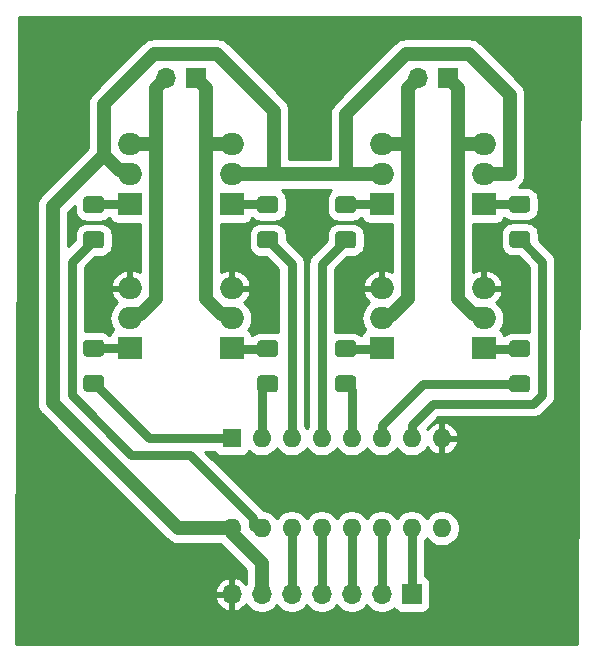
<source format=gbr>
%TF.GenerationSoftware,KiCad,Pcbnew,(5.1.6)-1*%
%TF.CreationDate,2020-10-10T14:37:28+02:00*%
%TF.ProjectId,mostek,6d6f7374-656b-42e6-9b69-6361645f7063,rev?*%
%TF.SameCoordinates,Original*%
%TF.FileFunction,Copper,L1,Top*%
%TF.FilePolarity,Positive*%
%FSLAX46Y46*%
G04 Gerber Fmt 4.6, Leading zero omitted, Abs format (unit mm)*
G04 Created by KiCad (PCBNEW (5.1.6)-1) date 2020-10-10 14:37:28*
%MOMM*%
%LPD*%
G01*
G04 APERTURE LIST*
%TA.AperFunction,ComponentPad*%
%ADD10O,2.000000X1.905000*%
%TD*%
%TA.AperFunction,ComponentPad*%
%ADD11R,2.000000X1.905000*%
%TD*%
%TA.AperFunction,ComponentPad*%
%ADD12O,1.700000X1.700000*%
%TD*%
%TA.AperFunction,ComponentPad*%
%ADD13R,1.700000X1.700000*%
%TD*%
%TA.AperFunction,ComponentPad*%
%ADD14O,1.600000X1.600000*%
%TD*%
%TA.AperFunction,ComponentPad*%
%ADD15R,1.600000X1.600000*%
%TD*%
%TA.AperFunction,Conductor*%
%ADD16C,1.200000*%
%TD*%
%TA.AperFunction,Conductor*%
%ADD17C,0.800000*%
%TD*%
%TA.AperFunction,Conductor*%
%ADD18C,0.254000*%
%TD*%
G04 APERTURE END LIST*
D10*
%TO.P,Q2,3*%
%TO.N,GND*%
X27432000Y-38608000D03*
%TO.P,Q2,2*%
%TO.N,Net-(J2-Pad2)*%
X27432000Y-41148000D03*
D11*
%TO.P,Q2,1*%
%TO.N,Net-(Q2-Pad1)*%
X27432000Y-43688000D03*
%TD*%
D12*
%TO.P,J3,2*%
%TO.N,Net-(J3-Pad2)*%
X51816000Y-20828000D03*
D13*
%TO.P,J3,1*%
%TO.N,Net-(J3-Pad1)*%
X54356000Y-20828000D03*
%TD*%
D12*
%TO.P,J2,2*%
%TO.N,Net-(J2-Pad2)*%
X30480000Y-20828000D03*
D13*
%TO.P,J2,1*%
%TO.N,Net-(J2-Pad1)*%
X33020000Y-20828000D03*
%TD*%
D12*
%TO.P,J1,7*%
%TO.N,GND*%
X36068000Y-64516000D03*
%TO.P,J1,6*%
%TO.N,VCC*%
X38608000Y-64516000D03*
%TO.P,J1,5*%
%TO.N,Net-(J1-Pad5)*%
X41148000Y-64516000D03*
%TO.P,J1,4*%
%TO.N,Net-(J1-Pad4)*%
X43688000Y-64516000D03*
%TO.P,J1,3*%
%TO.N,Net-(J1-Pad3)*%
X46228000Y-64516000D03*
%TO.P,J1,2*%
%TO.N,Net-(J1-Pad2)*%
X48768000Y-64516000D03*
D13*
%TO.P,J1,1*%
%TO.N,Net-(J1-Pad1)*%
X51308000Y-64516000D03*
%TD*%
D14*
%TO.P,U1,16*%
%TO.N,VCC*%
X36068000Y-58928000D03*
%TO.P,U1,8*%
%TO.N,GND*%
X53848000Y-51308000D03*
%TO.P,U1,15*%
%TO.N,Net-(R1-Pad2)*%
X38608000Y-58928000D03*
%TO.P,U1,7*%
%TO.N,Net-(R8-Pad2)*%
X51308000Y-51308000D03*
%TO.P,U1,14*%
%TO.N,Net-(J1-Pad5)*%
X41148000Y-58928000D03*
%TO.P,U1,6*%
%TO.N,Net-(R7-Pad2)*%
X48768000Y-51308000D03*
%TO.P,U1,13*%
%TO.N,Net-(J1-Pad4)*%
X43688000Y-58928000D03*
%TO.P,U1,5*%
%TO.N,Net-(R6-Pad2)*%
X46228000Y-51308000D03*
%TO.P,U1,12*%
%TO.N,Net-(J1-Pad3)*%
X46228000Y-58928000D03*
%TO.P,U1,4*%
%TO.N,Net-(R5-Pad2)*%
X43688000Y-51308000D03*
%TO.P,U1,11*%
%TO.N,Net-(J1-Pad2)*%
X48768000Y-58928000D03*
%TO.P,U1,3*%
%TO.N,Net-(R4-Pad2)*%
X41148000Y-51308000D03*
%TO.P,U1,10*%
%TO.N,Net-(J1-Pad1)*%
X51308000Y-58928000D03*
%TO.P,U1,2*%
%TO.N,Net-(R3-Pad2)*%
X38608000Y-51308000D03*
%TO.P,U1,9*%
%TO.N,N/C*%
X53848000Y-58928000D03*
D15*
%TO.P,U1,1*%
%TO.N,Net-(R2-Pad2)*%
X36068000Y-51308000D03*
%TD*%
%TO.P,R8,2*%
%TO.N,Net-(R8-Pad2)*%
%TA.AperFunction,SMDPad,CuDef*%
G36*
G01*
X59827000Y-33758500D02*
X61077000Y-33758500D01*
G75*
G02*
X61327000Y-34008500I0J-250000D01*
G01*
X61327000Y-34933500D01*
G75*
G02*
X61077000Y-35183500I-250000J0D01*
G01*
X59827000Y-35183500D01*
G75*
G02*
X59577000Y-34933500I0J250000D01*
G01*
X59577000Y-34008500D01*
G75*
G02*
X59827000Y-33758500I250000J0D01*
G01*
G37*
%TD.AperFunction*%
%TO.P,R8,1*%
%TO.N,Net-(Q7-Pad1)*%
%TA.AperFunction,SMDPad,CuDef*%
G36*
G01*
X59827000Y-30783500D02*
X61077000Y-30783500D01*
G75*
G02*
X61327000Y-31033500I0J-250000D01*
G01*
X61327000Y-31958500D01*
G75*
G02*
X61077000Y-32208500I-250000J0D01*
G01*
X59827000Y-32208500D01*
G75*
G02*
X59577000Y-31958500I0J250000D01*
G01*
X59577000Y-31033500D01*
G75*
G02*
X59827000Y-30783500I250000J0D01*
G01*
G37*
%TD.AperFunction*%
%TD*%
%TO.P,R7,2*%
%TO.N,Net-(R7-Pad2)*%
%TA.AperFunction,SMDPad,CuDef*%
G36*
G01*
X59827000Y-45987000D02*
X61077000Y-45987000D01*
G75*
G02*
X61327000Y-46237000I0J-250000D01*
G01*
X61327000Y-47162000D01*
G75*
G02*
X61077000Y-47412000I-250000J0D01*
G01*
X59827000Y-47412000D01*
G75*
G02*
X59577000Y-47162000I0J250000D01*
G01*
X59577000Y-46237000D01*
G75*
G02*
X59827000Y-45987000I250000J0D01*
G01*
G37*
%TD.AperFunction*%
%TO.P,R7,1*%
%TO.N,Net-(Q8-Pad1)*%
%TA.AperFunction,SMDPad,CuDef*%
G36*
G01*
X59827000Y-43012000D02*
X61077000Y-43012000D01*
G75*
G02*
X61327000Y-43262000I0J-250000D01*
G01*
X61327000Y-44187000D01*
G75*
G02*
X61077000Y-44437000I-250000J0D01*
G01*
X59827000Y-44437000D01*
G75*
G02*
X59577000Y-44187000I0J250000D01*
G01*
X59577000Y-43262000D01*
G75*
G02*
X59827000Y-43012000I250000J0D01*
G01*
G37*
%TD.AperFunction*%
%TD*%
%TO.P,R6,2*%
%TO.N,Net-(R6-Pad2)*%
%TA.AperFunction,SMDPad,CuDef*%
G36*
G01*
X45095000Y-45987000D02*
X46345000Y-45987000D01*
G75*
G02*
X46595000Y-46237000I0J-250000D01*
G01*
X46595000Y-47162000D01*
G75*
G02*
X46345000Y-47412000I-250000J0D01*
G01*
X45095000Y-47412000D01*
G75*
G02*
X44845000Y-47162000I0J250000D01*
G01*
X44845000Y-46237000D01*
G75*
G02*
X45095000Y-45987000I250000J0D01*
G01*
G37*
%TD.AperFunction*%
%TO.P,R6,1*%
%TO.N,Net-(Q6-Pad1)*%
%TA.AperFunction,SMDPad,CuDef*%
G36*
G01*
X45095000Y-43012000D02*
X46345000Y-43012000D01*
G75*
G02*
X46595000Y-43262000I0J-250000D01*
G01*
X46595000Y-44187000D01*
G75*
G02*
X46345000Y-44437000I-250000J0D01*
G01*
X45095000Y-44437000D01*
G75*
G02*
X44845000Y-44187000I0J250000D01*
G01*
X44845000Y-43262000D01*
G75*
G02*
X45095000Y-43012000I250000J0D01*
G01*
G37*
%TD.AperFunction*%
%TD*%
%TO.P,R5,2*%
%TO.N,Net-(R5-Pad2)*%
%TA.AperFunction,SMDPad,CuDef*%
G36*
G01*
X45095000Y-33795000D02*
X46345000Y-33795000D01*
G75*
G02*
X46595000Y-34045000I0J-250000D01*
G01*
X46595000Y-34970000D01*
G75*
G02*
X46345000Y-35220000I-250000J0D01*
G01*
X45095000Y-35220000D01*
G75*
G02*
X44845000Y-34970000I0J250000D01*
G01*
X44845000Y-34045000D01*
G75*
G02*
X45095000Y-33795000I250000J0D01*
G01*
G37*
%TD.AperFunction*%
%TO.P,R5,1*%
%TO.N,Net-(Q5-Pad1)*%
%TA.AperFunction,SMDPad,CuDef*%
G36*
G01*
X45095000Y-30820000D02*
X46345000Y-30820000D01*
G75*
G02*
X46595000Y-31070000I0J-250000D01*
G01*
X46595000Y-31995000D01*
G75*
G02*
X46345000Y-32245000I-250000J0D01*
G01*
X45095000Y-32245000D01*
G75*
G02*
X44845000Y-31995000I0J250000D01*
G01*
X44845000Y-31070000D01*
G75*
G02*
X45095000Y-30820000I250000J0D01*
G01*
G37*
%TD.AperFunction*%
%TD*%
%TO.P,R4,2*%
%TO.N,Net-(R4-Pad2)*%
%TA.AperFunction,SMDPad,CuDef*%
G36*
G01*
X38491000Y-33795000D02*
X39741000Y-33795000D01*
G75*
G02*
X39991000Y-34045000I0J-250000D01*
G01*
X39991000Y-34970000D01*
G75*
G02*
X39741000Y-35220000I-250000J0D01*
G01*
X38491000Y-35220000D01*
G75*
G02*
X38241000Y-34970000I0J250000D01*
G01*
X38241000Y-34045000D01*
G75*
G02*
X38491000Y-33795000I250000J0D01*
G01*
G37*
%TD.AperFunction*%
%TO.P,R4,1*%
%TO.N,Net-(Q3-Pad1)*%
%TA.AperFunction,SMDPad,CuDef*%
G36*
G01*
X38491000Y-30820000D02*
X39741000Y-30820000D01*
G75*
G02*
X39991000Y-31070000I0J-250000D01*
G01*
X39991000Y-31995000D01*
G75*
G02*
X39741000Y-32245000I-250000J0D01*
G01*
X38491000Y-32245000D01*
G75*
G02*
X38241000Y-31995000I0J250000D01*
G01*
X38241000Y-31070000D01*
G75*
G02*
X38491000Y-30820000I250000J0D01*
G01*
G37*
%TD.AperFunction*%
%TD*%
%TO.P,R3,2*%
%TO.N,Net-(R3-Pad2)*%
%TA.AperFunction,SMDPad,CuDef*%
G36*
G01*
X38491000Y-45987000D02*
X39741000Y-45987000D01*
G75*
G02*
X39991000Y-46237000I0J-250000D01*
G01*
X39991000Y-47162000D01*
G75*
G02*
X39741000Y-47412000I-250000J0D01*
G01*
X38491000Y-47412000D01*
G75*
G02*
X38241000Y-47162000I0J250000D01*
G01*
X38241000Y-46237000D01*
G75*
G02*
X38491000Y-45987000I250000J0D01*
G01*
G37*
%TD.AperFunction*%
%TO.P,R3,1*%
%TO.N,Net-(Q4-Pad1)*%
%TA.AperFunction,SMDPad,CuDef*%
G36*
G01*
X38491000Y-43012000D02*
X39741000Y-43012000D01*
G75*
G02*
X39991000Y-43262000I0J-250000D01*
G01*
X39991000Y-44187000D01*
G75*
G02*
X39741000Y-44437000I-250000J0D01*
G01*
X38491000Y-44437000D01*
G75*
G02*
X38241000Y-44187000I0J250000D01*
G01*
X38241000Y-43262000D01*
G75*
G02*
X38491000Y-43012000I250000J0D01*
G01*
G37*
%TD.AperFunction*%
%TD*%
%TO.P,R2,2*%
%TO.N,Net-(R2-Pad2)*%
%TA.AperFunction,SMDPad,CuDef*%
G36*
G01*
X23759000Y-45950500D02*
X25009000Y-45950500D01*
G75*
G02*
X25259000Y-46200500I0J-250000D01*
G01*
X25259000Y-47125500D01*
G75*
G02*
X25009000Y-47375500I-250000J0D01*
G01*
X23759000Y-47375500D01*
G75*
G02*
X23509000Y-47125500I0J250000D01*
G01*
X23509000Y-46200500D01*
G75*
G02*
X23759000Y-45950500I250000J0D01*
G01*
G37*
%TD.AperFunction*%
%TO.P,R2,1*%
%TO.N,Net-(Q2-Pad1)*%
%TA.AperFunction,SMDPad,CuDef*%
G36*
G01*
X23759000Y-42975500D02*
X25009000Y-42975500D01*
G75*
G02*
X25259000Y-43225500I0J-250000D01*
G01*
X25259000Y-44150500D01*
G75*
G02*
X25009000Y-44400500I-250000J0D01*
G01*
X23759000Y-44400500D01*
G75*
G02*
X23509000Y-44150500I0J250000D01*
G01*
X23509000Y-43225500D01*
G75*
G02*
X23759000Y-42975500I250000J0D01*
G01*
G37*
%TD.AperFunction*%
%TD*%
%TO.P,R1,2*%
%TO.N,Net-(R1-Pad2)*%
%TA.AperFunction,SMDPad,CuDef*%
G36*
G01*
X23759000Y-33795000D02*
X25009000Y-33795000D01*
G75*
G02*
X25259000Y-34045000I0J-250000D01*
G01*
X25259000Y-34970000D01*
G75*
G02*
X25009000Y-35220000I-250000J0D01*
G01*
X23759000Y-35220000D01*
G75*
G02*
X23509000Y-34970000I0J250000D01*
G01*
X23509000Y-34045000D01*
G75*
G02*
X23759000Y-33795000I250000J0D01*
G01*
G37*
%TD.AperFunction*%
%TO.P,R1,1*%
%TO.N,Net-(Q1-Pad1)*%
%TA.AperFunction,SMDPad,CuDef*%
G36*
G01*
X23759000Y-30820000D02*
X25009000Y-30820000D01*
G75*
G02*
X25259000Y-31070000I0J-250000D01*
G01*
X25259000Y-31995000D01*
G75*
G02*
X25009000Y-32245000I-250000J0D01*
G01*
X23759000Y-32245000D01*
G75*
G02*
X23509000Y-31995000I0J250000D01*
G01*
X23509000Y-31070000D01*
G75*
G02*
X23759000Y-30820000I250000J0D01*
G01*
G37*
%TD.AperFunction*%
%TD*%
D10*
%TO.P,Q8,3*%
%TO.N,GND*%
X57404000Y-38608000D03*
%TO.P,Q8,2*%
%TO.N,Net-(J3-Pad1)*%
X57404000Y-41148000D03*
D11*
%TO.P,Q8,1*%
%TO.N,Net-(Q8-Pad1)*%
X57404000Y-43688000D03*
%TD*%
D10*
%TO.P,Q7,3*%
%TO.N,Net-(J3-Pad1)*%
X57404000Y-26416000D03*
%TO.P,Q7,2*%
%TO.N,VCC*%
X57404000Y-28956000D03*
D11*
%TO.P,Q7,1*%
%TO.N,Net-(Q7-Pad1)*%
X57404000Y-31496000D03*
%TD*%
D10*
%TO.P,Q6,3*%
%TO.N,GND*%
X48768000Y-38608000D03*
%TO.P,Q6,2*%
%TO.N,Net-(J3-Pad2)*%
X48768000Y-41148000D03*
D11*
%TO.P,Q6,1*%
%TO.N,Net-(Q6-Pad1)*%
X48768000Y-43688000D03*
%TD*%
D10*
%TO.P,Q5,3*%
%TO.N,Net-(J3-Pad2)*%
X48768000Y-26416000D03*
%TO.P,Q5,2*%
%TO.N,VCC*%
X48768000Y-28956000D03*
D11*
%TO.P,Q5,1*%
%TO.N,Net-(Q5-Pad1)*%
X48768000Y-31496000D03*
%TD*%
D10*
%TO.P,Q4,3*%
%TO.N,GND*%
X36068000Y-38608000D03*
%TO.P,Q4,2*%
%TO.N,Net-(J2-Pad1)*%
X36068000Y-41148000D03*
D11*
%TO.P,Q4,1*%
%TO.N,Net-(Q4-Pad1)*%
X36068000Y-43688000D03*
%TD*%
D10*
%TO.P,Q3,3*%
%TO.N,Net-(J2-Pad1)*%
X36068000Y-26416000D03*
%TO.P,Q3,2*%
%TO.N,VCC*%
X36068000Y-28956000D03*
D11*
%TO.P,Q3,1*%
%TO.N,Net-(Q3-Pad1)*%
X36068000Y-31496000D03*
%TD*%
D10*
%TO.P,Q1,3*%
%TO.N,Net-(J2-Pad2)*%
X27432000Y-26416000D03*
%TO.P,Q1,2*%
%TO.N,VCC*%
X27432000Y-28956000D03*
D11*
%TO.P,Q1,1*%
%TO.N,Net-(Q1-Pad1)*%
X27432000Y-31496000D03*
%TD*%
D16*
%TO.N,VCC*%
X45720000Y-23889998D02*
X45720000Y-28956000D01*
X50831999Y-18777999D02*
X45720000Y-23889998D01*
X59604010Y-22216008D02*
X56166001Y-18777999D01*
X56166001Y-18777999D02*
X50831999Y-18777999D01*
X59604010Y-28955990D02*
X59604010Y-22216008D01*
X59604000Y-28956000D02*
X59604010Y-28955990D01*
X57404000Y-28956000D02*
X59604000Y-28956000D01*
X45720000Y-28956000D02*
X48768000Y-28956000D01*
X39624000Y-23571998D02*
X39624000Y-28956000D01*
X34830001Y-18777999D02*
X39624000Y-23571998D01*
X29495999Y-18777999D02*
X34830001Y-18777999D01*
X25231990Y-23042008D02*
X29495999Y-18777999D01*
X25231990Y-27307598D02*
X25231990Y-23042008D01*
X26492902Y-28568510D02*
X25231990Y-27307598D01*
X27044510Y-28568510D02*
X26492902Y-28568510D01*
X39624000Y-28956000D02*
X45720000Y-28956000D01*
X27432000Y-28956000D02*
X27044510Y-28568510D01*
X36068000Y-28956000D02*
X39624000Y-28956000D01*
X36068000Y-59348002D02*
X36068000Y-58928000D01*
X38608000Y-61888002D02*
X36068000Y-59348002D01*
X38608000Y-64516000D02*
X38608000Y-61888002D01*
X20908980Y-48306019D02*
X31530961Y-58928000D01*
X20908980Y-31630608D02*
X20908980Y-48306019D01*
X31530961Y-58928000D02*
X36068000Y-58928000D01*
X25231990Y-27307598D02*
X20908980Y-31630608D01*
D17*
%TO.N,Net-(J1-Pad5)*%
X41148000Y-58928000D02*
X41148000Y-64516000D01*
%TO.N,Net-(J1-Pad4)*%
X43688000Y-64516000D02*
X43688000Y-58928000D01*
%TO.N,Net-(J1-Pad3)*%
X46228000Y-64516000D02*
X46228000Y-58928000D01*
%TO.N,Net-(J1-Pad2)*%
X48768000Y-64516000D02*
X48768000Y-58928000D01*
%TO.N,Net-(J1-Pad1)*%
X51308000Y-64516000D02*
X51308000Y-58928000D01*
%TO.N,Net-(Q1-Pad1)*%
X24420500Y-31496000D02*
X24384000Y-31532500D01*
X27432000Y-31496000D02*
X24420500Y-31496000D01*
%TO.N,Net-(Q2-Pad1)*%
X27432000Y-43688000D02*
X24384000Y-43688000D01*
%TO.N,Net-(Q3-Pad1)*%
X39079500Y-31496000D02*
X39116000Y-31532500D01*
X36068000Y-31496000D02*
X39079500Y-31496000D01*
%TO.N,Net-(Q4-Pad1)*%
X36104500Y-43724500D02*
X36068000Y-43688000D01*
X39116000Y-43724500D02*
X36104500Y-43724500D01*
%TO.N,Net-(Q5-Pad1)*%
X45756500Y-31496000D02*
X45720000Y-31532500D01*
X48768000Y-31496000D02*
X45756500Y-31496000D01*
%TO.N,Net-(Q6-Pad1)*%
X48731500Y-43724500D02*
X48768000Y-43688000D01*
X45720000Y-43724500D02*
X48731500Y-43724500D01*
%TO.N,Net-(Q7-Pad1)*%
X60452000Y-31496000D02*
X57404000Y-31496000D01*
%TO.N,Net-(Q8-Pad1)*%
X57440500Y-43724500D02*
X57404000Y-43688000D01*
X60452000Y-43724500D02*
X57440500Y-43724500D01*
%TO.N,Net-(R1-Pad2)*%
X22508990Y-47643274D02*
X22508990Y-36382510D01*
X27573726Y-52708010D02*
X22508990Y-47643274D01*
X32512012Y-52708010D02*
X27573726Y-52708010D01*
X37868001Y-58696001D02*
X37868001Y-58063999D01*
X22508990Y-36382510D02*
X24384000Y-34507500D01*
X38100000Y-58928000D02*
X37868001Y-58696001D01*
X37868001Y-58063999D02*
X32512012Y-52708010D01*
X38608000Y-58928000D02*
X38100000Y-58928000D01*
%TO.N,Net-(R2-Pad2)*%
X29029000Y-51308000D02*
X24384000Y-46663000D01*
X36068000Y-51308000D02*
X29029000Y-51308000D01*
%TO.N,Net-(R3-Pad2)*%
X38608000Y-47207500D02*
X39116000Y-46699500D01*
X38608000Y-51308000D02*
X38608000Y-47207500D01*
%TO.N,Net-(R4-Pad2)*%
X41148000Y-36539500D02*
X39116000Y-34507500D01*
X41148000Y-51308000D02*
X41148000Y-36539500D01*
%TO.N,Net-(R5-Pad2)*%
X43688000Y-36539500D02*
X45720000Y-34507500D01*
X43688000Y-51308000D02*
X43688000Y-36539500D01*
%TO.N,Net-(R6-Pad2)*%
X46228000Y-47207500D02*
X45720000Y-46699500D01*
X46228000Y-51308000D02*
X46228000Y-47207500D01*
%TO.N,Net-(R7-Pad2)*%
X52245130Y-46699500D02*
X60452000Y-46699500D01*
X48768000Y-50176630D02*
X52245130Y-46699500D01*
X48768000Y-51308000D02*
X48768000Y-50176630D01*
%TO.N,Net-(R8-Pad2)*%
X62327010Y-36346010D02*
X60452000Y-34471000D01*
X62327010Y-47679774D02*
X62327010Y-36346010D01*
X61594774Y-48412010D02*
X62327010Y-47679774D01*
X53072620Y-48412010D02*
X61594774Y-48412010D01*
X51308000Y-50176630D02*
X53072620Y-48412010D01*
X51308000Y-51308000D02*
X51308000Y-50176630D01*
D16*
%TO.N,Net-(J2-Pad2)*%
X29632000Y-26416000D02*
X27432000Y-26416000D01*
X29632010Y-26416010D02*
X29632000Y-26416000D01*
X29632010Y-39499598D02*
X29632010Y-26416010D01*
X27819490Y-40760510D02*
X28371098Y-40760510D01*
X28371098Y-40760510D02*
X29632010Y-39499598D01*
X27432000Y-41148000D02*
X27819490Y-40760510D01*
X29632010Y-21675990D02*
X30480000Y-20828000D01*
X29632010Y-26416010D02*
X29632010Y-21675990D01*
%TO.N,Net-(J2-Pad1)*%
X33867990Y-26416010D02*
X33868000Y-26416000D01*
X33867990Y-39499598D02*
X33867990Y-26416010D01*
X35128902Y-40760510D02*
X33867990Y-39499598D01*
X33868000Y-26416000D02*
X36068000Y-26416000D01*
X35680510Y-40760510D02*
X35128902Y-40760510D01*
X36068000Y-41148000D02*
X35680510Y-40760510D01*
X33868000Y-21676000D02*
X33020000Y-20828000D01*
X33868000Y-26416000D02*
X33868000Y-21676000D01*
%TO.N,Net-(J3-Pad2)*%
X50968000Y-26416000D02*
X48768000Y-26416000D01*
X50968010Y-26416010D02*
X50968000Y-26416000D01*
X50968010Y-39499598D02*
X50968010Y-26416010D01*
X49319608Y-41148000D02*
X50968010Y-39499598D01*
X48768000Y-41148000D02*
X49319608Y-41148000D01*
X50968010Y-21675990D02*
X51816000Y-20828000D01*
X50968010Y-26416010D02*
X50968010Y-21675990D01*
%TO.N,Net-(J3-Pad1)*%
X55204000Y-26416000D02*
X57404000Y-26416000D01*
X55203990Y-26416010D02*
X55204000Y-26416000D01*
X55203990Y-39499598D02*
X55203990Y-26416010D01*
X56464902Y-40760510D02*
X55203990Y-39499598D01*
X57016510Y-40760510D02*
X56464902Y-40760510D01*
X57404000Y-41148000D02*
X57016510Y-40760510D01*
X55203990Y-21675990D02*
X54356000Y-20828000D01*
X55203990Y-26416010D02*
X55203990Y-21675990D01*
%TD*%
D18*
%TO.N,GND*%
G36*
X65278603Y-68707000D02*
G01*
X17780607Y-68707000D01*
X17798864Y-64872891D01*
X34626519Y-64872891D01*
X34723843Y-65147252D01*
X34872822Y-65397355D01*
X35067731Y-65613588D01*
X35301080Y-65787641D01*
X35563901Y-65912825D01*
X35711110Y-65957476D01*
X35941000Y-65836155D01*
X35941000Y-64643000D01*
X34747186Y-64643000D01*
X34626519Y-64872891D01*
X17798864Y-64872891D01*
X17802262Y-64159109D01*
X34626519Y-64159109D01*
X34747186Y-64389000D01*
X35941000Y-64389000D01*
X35941000Y-63195845D01*
X35711110Y-63074524D01*
X35563901Y-63119175D01*
X35301080Y-63244359D01*
X35067731Y-63418412D01*
X34872822Y-63634645D01*
X34723843Y-63884748D01*
X34626519Y-64159109D01*
X17802262Y-64159109D01*
X17957160Y-31630608D01*
X19575561Y-31630608D01*
X19581980Y-31695782D01*
X19581981Y-48240835D01*
X19575561Y-48306019D01*
X19601182Y-48566156D01*
X19677061Y-48816296D01*
X19800282Y-49046827D01*
X19924558Y-49198257D01*
X19966111Y-49248889D01*
X20016741Y-49290440D01*
X30546545Y-59820246D01*
X30588091Y-59870870D01*
X30638715Y-59912416D01*
X30638722Y-59912423D01*
X30790152Y-60036698D01*
X30905418Y-60098309D01*
X31020683Y-60159919D01*
X31270824Y-60235799D01*
X31465777Y-60255000D01*
X31465787Y-60255000D01*
X31530961Y-60261419D01*
X31596135Y-60255000D01*
X35095691Y-60255000D01*
X35125130Y-60290872D01*
X35175765Y-60332427D01*
X37281001Y-62437664D01*
X37281000Y-63663471D01*
X37280656Y-63663986D01*
X37263178Y-63634645D01*
X37068269Y-63418412D01*
X36834920Y-63244359D01*
X36572099Y-63119175D01*
X36424890Y-63074524D01*
X36195000Y-63195845D01*
X36195000Y-64389000D01*
X36215000Y-64389000D01*
X36215000Y-64643000D01*
X36195000Y-64643000D01*
X36195000Y-65836155D01*
X36424890Y-65957476D01*
X36572099Y-65912825D01*
X36834920Y-65787641D01*
X37068269Y-65613588D01*
X37263178Y-65397355D01*
X37280656Y-65368014D01*
X37383064Y-65521279D01*
X37602721Y-65740936D01*
X37861011Y-65913519D01*
X38148006Y-66032396D01*
X38452679Y-66093000D01*
X38763321Y-66093000D01*
X39067994Y-66032396D01*
X39354989Y-65913519D01*
X39613279Y-65740936D01*
X39832936Y-65521279D01*
X39878000Y-65453836D01*
X39923064Y-65521279D01*
X40142721Y-65740936D01*
X40401011Y-65913519D01*
X40688006Y-66032396D01*
X40992679Y-66093000D01*
X41303321Y-66093000D01*
X41607994Y-66032396D01*
X41894989Y-65913519D01*
X42153279Y-65740936D01*
X42372936Y-65521279D01*
X42418000Y-65453836D01*
X42463064Y-65521279D01*
X42682721Y-65740936D01*
X42941011Y-65913519D01*
X43228006Y-66032396D01*
X43532679Y-66093000D01*
X43843321Y-66093000D01*
X44147994Y-66032396D01*
X44434989Y-65913519D01*
X44693279Y-65740936D01*
X44912936Y-65521279D01*
X44958000Y-65453836D01*
X45003064Y-65521279D01*
X45222721Y-65740936D01*
X45481011Y-65913519D01*
X45768006Y-66032396D01*
X46072679Y-66093000D01*
X46383321Y-66093000D01*
X46687994Y-66032396D01*
X46974989Y-65913519D01*
X47233279Y-65740936D01*
X47452936Y-65521279D01*
X47498000Y-65453836D01*
X47543064Y-65521279D01*
X47762721Y-65740936D01*
X48021011Y-65913519D01*
X48308006Y-66032396D01*
X48612679Y-66093000D01*
X48923321Y-66093000D01*
X49227994Y-66032396D01*
X49514989Y-65913519D01*
X49773279Y-65740936D01*
X49812896Y-65701319D01*
X49850597Y-65771853D01*
X49941446Y-65882554D01*
X50052147Y-65973403D01*
X50178443Y-66040910D01*
X50315483Y-66082480D01*
X50458000Y-66096517D01*
X52158000Y-66096517D01*
X52300517Y-66082480D01*
X52437557Y-66040910D01*
X52563853Y-65973403D01*
X52674554Y-65882554D01*
X52765403Y-65771853D01*
X52832910Y-65645557D01*
X52874480Y-65508517D01*
X52888517Y-65366000D01*
X52888517Y-63666000D01*
X52874480Y-63523483D01*
X52832910Y-63386443D01*
X52765403Y-63260147D01*
X52674554Y-63149446D01*
X52563853Y-63058597D01*
X52437557Y-62991090D01*
X52435000Y-62990314D01*
X52435000Y-59960505D01*
X52494099Y-59901406D01*
X52578000Y-59775839D01*
X52661901Y-59901406D01*
X52874594Y-60114099D01*
X53124694Y-60281210D01*
X53402590Y-60396319D01*
X53697604Y-60455000D01*
X53998396Y-60455000D01*
X54293410Y-60396319D01*
X54571306Y-60281210D01*
X54821406Y-60114099D01*
X55034099Y-59901406D01*
X55201210Y-59651306D01*
X55316319Y-59373410D01*
X55375000Y-59078396D01*
X55375000Y-58777604D01*
X55316319Y-58482590D01*
X55201210Y-58204694D01*
X55034099Y-57954594D01*
X54821406Y-57741901D01*
X54571306Y-57574790D01*
X54293410Y-57459681D01*
X53998396Y-57401000D01*
X53697604Y-57401000D01*
X53402590Y-57459681D01*
X53124694Y-57574790D01*
X52874594Y-57741901D01*
X52661901Y-57954594D01*
X52578000Y-58080161D01*
X52494099Y-57954594D01*
X52281406Y-57741901D01*
X52031306Y-57574790D01*
X51753410Y-57459681D01*
X51458396Y-57401000D01*
X51157604Y-57401000D01*
X50862590Y-57459681D01*
X50584694Y-57574790D01*
X50334594Y-57741901D01*
X50121901Y-57954594D01*
X50038000Y-58080161D01*
X49954099Y-57954594D01*
X49741406Y-57741901D01*
X49491306Y-57574790D01*
X49213410Y-57459681D01*
X48918396Y-57401000D01*
X48617604Y-57401000D01*
X48322590Y-57459681D01*
X48044694Y-57574790D01*
X47794594Y-57741901D01*
X47581901Y-57954594D01*
X47498000Y-58080161D01*
X47414099Y-57954594D01*
X47201406Y-57741901D01*
X46951306Y-57574790D01*
X46673410Y-57459681D01*
X46378396Y-57401000D01*
X46077604Y-57401000D01*
X45782590Y-57459681D01*
X45504694Y-57574790D01*
X45254594Y-57741901D01*
X45041901Y-57954594D01*
X44958000Y-58080161D01*
X44874099Y-57954594D01*
X44661406Y-57741901D01*
X44411306Y-57574790D01*
X44133410Y-57459681D01*
X43838396Y-57401000D01*
X43537604Y-57401000D01*
X43242590Y-57459681D01*
X42964694Y-57574790D01*
X42714594Y-57741901D01*
X42501901Y-57954594D01*
X42418000Y-58080161D01*
X42334099Y-57954594D01*
X42121406Y-57741901D01*
X41871306Y-57574790D01*
X41593410Y-57459681D01*
X41298396Y-57401000D01*
X40997604Y-57401000D01*
X40702590Y-57459681D01*
X40424694Y-57574790D01*
X40174594Y-57741901D01*
X39961901Y-57954594D01*
X39878000Y-58080161D01*
X39794099Y-57954594D01*
X39581406Y-57741901D01*
X39331306Y-57574790D01*
X39053410Y-57459681D01*
X38786399Y-57406570D01*
X38781828Y-57401000D01*
X38704059Y-57306238D01*
X38704056Y-57306235D01*
X38668766Y-57263234D01*
X38625765Y-57227944D01*
X33832820Y-52435000D01*
X34618449Y-52435000D01*
X34660597Y-52513853D01*
X34751446Y-52624554D01*
X34862147Y-52715403D01*
X34988443Y-52782910D01*
X35125483Y-52824480D01*
X35268000Y-52838517D01*
X36868000Y-52838517D01*
X37010517Y-52824480D01*
X37147557Y-52782910D01*
X37273853Y-52715403D01*
X37384554Y-52624554D01*
X37475403Y-52513853D01*
X37537735Y-52397240D01*
X37634594Y-52494099D01*
X37884694Y-52661210D01*
X38162590Y-52776319D01*
X38457604Y-52835000D01*
X38758396Y-52835000D01*
X39053410Y-52776319D01*
X39331306Y-52661210D01*
X39581406Y-52494099D01*
X39794099Y-52281406D01*
X39878000Y-52155839D01*
X39961901Y-52281406D01*
X40174594Y-52494099D01*
X40424694Y-52661210D01*
X40702590Y-52776319D01*
X40997604Y-52835000D01*
X41298396Y-52835000D01*
X41593410Y-52776319D01*
X41871306Y-52661210D01*
X42121406Y-52494099D01*
X42334099Y-52281406D01*
X42418000Y-52155839D01*
X42501901Y-52281406D01*
X42714594Y-52494099D01*
X42964694Y-52661210D01*
X43242590Y-52776319D01*
X43537604Y-52835000D01*
X43838396Y-52835000D01*
X44133410Y-52776319D01*
X44411306Y-52661210D01*
X44661406Y-52494099D01*
X44874099Y-52281406D01*
X44958000Y-52155839D01*
X45041901Y-52281406D01*
X45254594Y-52494099D01*
X45504694Y-52661210D01*
X45782590Y-52776319D01*
X46077604Y-52835000D01*
X46378396Y-52835000D01*
X46673410Y-52776319D01*
X46951306Y-52661210D01*
X47201406Y-52494099D01*
X47414099Y-52281406D01*
X47498000Y-52155839D01*
X47581901Y-52281406D01*
X47794594Y-52494099D01*
X48044694Y-52661210D01*
X48322590Y-52776319D01*
X48617604Y-52835000D01*
X48918396Y-52835000D01*
X49213410Y-52776319D01*
X49491306Y-52661210D01*
X49741406Y-52494099D01*
X49954099Y-52281406D01*
X50038000Y-52155839D01*
X50121901Y-52281406D01*
X50334594Y-52494099D01*
X50584694Y-52661210D01*
X50862590Y-52776319D01*
X51157604Y-52835000D01*
X51458396Y-52835000D01*
X51753410Y-52776319D01*
X52031306Y-52661210D01*
X52281406Y-52494099D01*
X52494099Y-52281406D01*
X52637677Y-52066525D01*
X52695615Y-52163131D01*
X52884586Y-52371519D01*
X53110580Y-52539037D01*
X53364913Y-52659246D01*
X53498961Y-52699904D01*
X53721000Y-52577915D01*
X53721000Y-51435000D01*
X53975000Y-51435000D01*
X53975000Y-52577915D01*
X54197039Y-52699904D01*
X54331087Y-52659246D01*
X54585420Y-52539037D01*
X54811414Y-52371519D01*
X55000385Y-52163131D01*
X55145070Y-51921881D01*
X55239909Y-51657040D01*
X55118624Y-51435000D01*
X53975000Y-51435000D01*
X53721000Y-51435000D01*
X53701000Y-51435000D01*
X53701000Y-51181000D01*
X53721000Y-51181000D01*
X53721000Y-50038085D01*
X53975000Y-50038085D01*
X53975000Y-51181000D01*
X55118624Y-51181000D01*
X55239909Y-50958960D01*
X55145070Y-50694119D01*
X55000385Y-50452869D01*
X54811414Y-50244481D01*
X54585420Y-50076963D01*
X54331087Y-49956754D01*
X54197039Y-49916096D01*
X53975000Y-50038085D01*
X53721000Y-50038085D01*
X53498961Y-49916096D01*
X53364913Y-49956754D01*
X53110580Y-50076963D01*
X52884586Y-50244481D01*
X52695615Y-50452869D01*
X52637677Y-50549475D01*
X52594137Y-50484312D01*
X53539439Y-49539010D01*
X61539420Y-49539010D01*
X61594774Y-49544462D01*
X61650128Y-49539010D01*
X61650139Y-49539010D01*
X61815705Y-49522703D01*
X62028145Y-49458260D01*
X62223931Y-49353610D01*
X62395539Y-49212775D01*
X62430834Y-49169768D01*
X63084768Y-48515834D01*
X63127775Y-48480539D01*
X63268610Y-48308931D01*
X63373260Y-48113145D01*
X63437703Y-47900705D01*
X63454010Y-47735139D01*
X63454010Y-47735129D01*
X63459462Y-47679775D01*
X63454010Y-47624420D01*
X63454010Y-36401374D01*
X63459463Y-36346010D01*
X63437703Y-36125079D01*
X63373260Y-35912639D01*
X63268610Y-35716853D01*
X63163068Y-35588249D01*
X63163065Y-35588246D01*
X63127775Y-35545245D01*
X63084774Y-35509955D01*
X62057517Y-34482699D01*
X62057517Y-34008500D01*
X62038677Y-33817211D01*
X61982880Y-33633272D01*
X61892270Y-33463754D01*
X61770330Y-33315170D01*
X61621746Y-33193230D01*
X61452228Y-33102620D01*
X61268289Y-33046823D01*
X61077000Y-33027983D01*
X59827000Y-33027983D01*
X59635711Y-33046823D01*
X59451772Y-33102620D01*
X59282254Y-33193230D01*
X59133670Y-33315170D01*
X59011730Y-33463754D01*
X58921120Y-33633272D01*
X58865323Y-33817211D01*
X58846483Y-34008500D01*
X58846483Y-34933500D01*
X58865323Y-35124789D01*
X58921120Y-35308728D01*
X59011730Y-35478246D01*
X59133670Y-35626830D01*
X59282254Y-35748770D01*
X59451772Y-35839380D01*
X59635711Y-35895177D01*
X59827000Y-35914017D01*
X60301199Y-35914017D01*
X61200011Y-36812830D01*
X61200010Y-42293598D01*
X61077000Y-42281483D01*
X59827000Y-42281483D01*
X59635711Y-42300323D01*
X59451772Y-42356120D01*
X59282254Y-42446730D01*
X59133670Y-42568670D01*
X59118655Y-42586966D01*
X59078910Y-42455943D01*
X59011403Y-42329647D01*
X58920554Y-42218946D01*
X58815814Y-42132989D01*
X58854710Y-42085595D01*
X59010663Y-41793827D01*
X59106699Y-41477239D01*
X59139126Y-41148000D01*
X59106699Y-40818761D01*
X59010663Y-40502173D01*
X58854710Y-40210405D01*
X58644832Y-39954668D01*
X58471809Y-39812672D01*
X58585315Y-39717437D01*
X58779969Y-39474923D01*
X58923571Y-39199094D01*
X58994563Y-38980980D01*
X58874594Y-38735000D01*
X57531000Y-38735000D01*
X57531000Y-38755000D01*
X57277000Y-38755000D01*
X57277000Y-38735000D01*
X57257000Y-38735000D01*
X57257000Y-38481000D01*
X57277000Y-38481000D01*
X57277000Y-37182430D01*
X57531000Y-37182430D01*
X57531000Y-38481000D01*
X58874594Y-38481000D01*
X58994563Y-38235020D01*
X58923571Y-38016906D01*
X58779969Y-37741077D01*
X58585315Y-37498563D01*
X58347089Y-37298684D01*
X58074446Y-37149121D01*
X57777863Y-37055622D01*
X57531000Y-37182430D01*
X57277000Y-37182430D01*
X57030137Y-37055622D01*
X56733554Y-37149121D01*
X56530990Y-37260241D01*
X56530990Y-33179017D01*
X58404000Y-33179017D01*
X58546517Y-33164980D01*
X58683557Y-33123410D01*
X58809853Y-33055903D01*
X58920554Y-32965054D01*
X59011403Y-32854353D01*
X59078910Y-32728057D01*
X59110571Y-32623684D01*
X59133670Y-32651830D01*
X59282254Y-32773770D01*
X59451772Y-32864380D01*
X59635711Y-32920177D01*
X59827000Y-32939017D01*
X61077000Y-32939017D01*
X61268289Y-32920177D01*
X61452228Y-32864380D01*
X61621746Y-32773770D01*
X61770330Y-32651830D01*
X61892270Y-32503246D01*
X61982880Y-32333728D01*
X62038677Y-32149789D01*
X62057517Y-31958500D01*
X62057517Y-31033500D01*
X62038677Y-30842211D01*
X61982880Y-30658272D01*
X61892270Y-30488754D01*
X61770330Y-30340170D01*
X61621746Y-30218230D01*
X61452228Y-30127620D01*
X61268289Y-30071823D01*
X61077000Y-30052983D01*
X60359083Y-30052983D01*
X60546870Y-29898870D01*
X60546880Y-29898860D01*
X60641374Y-29783719D01*
X60712708Y-29696799D01*
X60811816Y-29511380D01*
X60835929Y-29466268D01*
X60911809Y-29216127D01*
X60931010Y-29021174D01*
X60931010Y-29021165D01*
X60937429Y-28955991D01*
X60931010Y-28890817D01*
X60931010Y-22281182D01*
X60937429Y-22216008D01*
X60931010Y-22150834D01*
X60931010Y-22150824D01*
X60911809Y-21955871D01*
X60835929Y-21705730D01*
X60820033Y-21675990D01*
X60712708Y-21475199D01*
X60588432Y-21323769D01*
X60588431Y-21323768D01*
X60546880Y-21273138D01*
X60496250Y-21231587D01*
X57150426Y-17885764D01*
X57108871Y-17835129D01*
X56906809Y-17669301D01*
X56676279Y-17546080D01*
X56426138Y-17470200D01*
X56231185Y-17450999D01*
X56231175Y-17450999D01*
X56166001Y-17444580D01*
X56100827Y-17450999D01*
X50897172Y-17450999D01*
X50831998Y-17444580D01*
X50766824Y-17450999D01*
X50766815Y-17450999D01*
X50571862Y-17470200D01*
X50321721Y-17546080D01*
X50091189Y-17669302D01*
X49939760Y-17793577D01*
X49889129Y-17835129D01*
X49847578Y-17885759D01*
X44827765Y-22905573D01*
X44777130Y-22947128D01*
X44699264Y-23042008D01*
X44611302Y-23149190D01*
X44524353Y-23311861D01*
X44488081Y-23379721D01*
X44412201Y-23629862D01*
X44393000Y-23824815D01*
X44393000Y-23824824D01*
X44386581Y-23889998D01*
X44393000Y-23955172D01*
X44393001Y-27629000D01*
X40951000Y-27629000D01*
X40951000Y-23637169D01*
X40957419Y-23571997D01*
X40951000Y-23506826D01*
X40951000Y-23506814D01*
X40931799Y-23311861D01*
X40855919Y-23061720D01*
X40845383Y-23042008D01*
X40732697Y-22831188D01*
X40608422Y-22679759D01*
X40608421Y-22679758D01*
X40566870Y-22629128D01*
X40516241Y-22587578D01*
X35814426Y-17885764D01*
X35772871Y-17835129D01*
X35570809Y-17669301D01*
X35340279Y-17546080D01*
X35090138Y-17470200D01*
X34895185Y-17450999D01*
X34895175Y-17450999D01*
X34830001Y-17444580D01*
X34764827Y-17450999D01*
X29561170Y-17450999D01*
X29495998Y-17444580D01*
X29430827Y-17450999D01*
X29430815Y-17450999D01*
X29235862Y-17470200D01*
X28985721Y-17546080D01*
X28755189Y-17669302D01*
X28603760Y-17793577D01*
X28553129Y-17835129D01*
X28511578Y-17885759D01*
X24339751Y-22057587D01*
X24289121Y-22099138D01*
X24247570Y-22149768D01*
X24247568Y-22149770D01*
X24123292Y-22301200D01*
X24000071Y-22531731D01*
X23924192Y-22781871D01*
X23898571Y-23042008D01*
X23904991Y-23107192D01*
X23904990Y-26757937D01*
X20016745Y-30646183D01*
X19966110Y-30687738D01*
X19924558Y-30738370D01*
X19800282Y-30889800D01*
X19688393Y-31099130D01*
X19677061Y-31120331D01*
X19601181Y-31370472D01*
X19581980Y-31565425D01*
X19581980Y-31565434D01*
X19575561Y-31630608D01*
X17957160Y-31630608D01*
X18033397Y-15621000D01*
X65531393Y-15621000D01*
X65278603Y-68707000D01*
G37*
X65278603Y-68707000D02*
X17780607Y-68707000D01*
X17798864Y-64872891D01*
X34626519Y-64872891D01*
X34723843Y-65147252D01*
X34872822Y-65397355D01*
X35067731Y-65613588D01*
X35301080Y-65787641D01*
X35563901Y-65912825D01*
X35711110Y-65957476D01*
X35941000Y-65836155D01*
X35941000Y-64643000D01*
X34747186Y-64643000D01*
X34626519Y-64872891D01*
X17798864Y-64872891D01*
X17802262Y-64159109D01*
X34626519Y-64159109D01*
X34747186Y-64389000D01*
X35941000Y-64389000D01*
X35941000Y-63195845D01*
X35711110Y-63074524D01*
X35563901Y-63119175D01*
X35301080Y-63244359D01*
X35067731Y-63418412D01*
X34872822Y-63634645D01*
X34723843Y-63884748D01*
X34626519Y-64159109D01*
X17802262Y-64159109D01*
X17957160Y-31630608D01*
X19575561Y-31630608D01*
X19581980Y-31695782D01*
X19581981Y-48240835D01*
X19575561Y-48306019D01*
X19601182Y-48566156D01*
X19677061Y-48816296D01*
X19800282Y-49046827D01*
X19924558Y-49198257D01*
X19966111Y-49248889D01*
X20016741Y-49290440D01*
X30546545Y-59820246D01*
X30588091Y-59870870D01*
X30638715Y-59912416D01*
X30638722Y-59912423D01*
X30790152Y-60036698D01*
X30905418Y-60098309D01*
X31020683Y-60159919D01*
X31270824Y-60235799D01*
X31465777Y-60255000D01*
X31465787Y-60255000D01*
X31530961Y-60261419D01*
X31596135Y-60255000D01*
X35095691Y-60255000D01*
X35125130Y-60290872D01*
X35175765Y-60332427D01*
X37281001Y-62437664D01*
X37281000Y-63663471D01*
X37280656Y-63663986D01*
X37263178Y-63634645D01*
X37068269Y-63418412D01*
X36834920Y-63244359D01*
X36572099Y-63119175D01*
X36424890Y-63074524D01*
X36195000Y-63195845D01*
X36195000Y-64389000D01*
X36215000Y-64389000D01*
X36215000Y-64643000D01*
X36195000Y-64643000D01*
X36195000Y-65836155D01*
X36424890Y-65957476D01*
X36572099Y-65912825D01*
X36834920Y-65787641D01*
X37068269Y-65613588D01*
X37263178Y-65397355D01*
X37280656Y-65368014D01*
X37383064Y-65521279D01*
X37602721Y-65740936D01*
X37861011Y-65913519D01*
X38148006Y-66032396D01*
X38452679Y-66093000D01*
X38763321Y-66093000D01*
X39067994Y-66032396D01*
X39354989Y-65913519D01*
X39613279Y-65740936D01*
X39832936Y-65521279D01*
X39878000Y-65453836D01*
X39923064Y-65521279D01*
X40142721Y-65740936D01*
X40401011Y-65913519D01*
X40688006Y-66032396D01*
X40992679Y-66093000D01*
X41303321Y-66093000D01*
X41607994Y-66032396D01*
X41894989Y-65913519D01*
X42153279Y-65740936D01*
X42372936Y-65521279D01*
X42418000Y-65453836D01*
X42463064Y-65521279D01*
X42682721Y-65740936D01*
X42941011Y-65913519D01*
X43228006Y-66032396D01*
X43532679Y-66093000D01*
X43843321Y-66093000D01*
X44147994Y-66032396D01*
X44434989Y-65913519D01*
X44693279Y-65740936D01*
X44912936Y-65521279D01*
X44958000Y-65453836D01*
X45003064Y-65521279D01*
X45222721Y-65740936D01*
X45481011Y-65913519D01*
X45768006Y-66032396D01*
X46072679Y-66093000D01*
X46383321Y-66093000D01*
X46687994Y-66032396D01*
X46974989Y-65913519D01*
X47233279Y-65740936D01*
X47452936Y-65521279D01*
X47498000Y-65453836D01*
X47543064Y-65521279D01*
X47762721Y-65740936D01*
X48021011Y-65913519D01*
X48308006Y-66032396D01*
X48612679Y-66093000D01*
X48923321Y-66093000D01*
X49227994Y-66032396D01*
X49514989Y-65913519D01*
X49773279Y-65740936D01*
X49812896Y-65701319D01*
X49850597Y-65771853D01*
X49941446Y-65882554D01*
X50052147Y-65973403D01*
X50178443Y-66040910D01*
X50315483Y-66082480D01*
X50458000Y-66096517D01*
X52158000Y-66096517D01*
X52300517Y-66082480D01*
X52437557Y-66040910D01*
X52563853Y-65973403D01*
X52674554Y-65882554D01*
X52765403Y-65771853D01*
X52832910Y-65645557D01*
X52874480Y-65508517D01*
X52888517Y-65366000D01*
X52888517Y-63666000D01*
X52874480Y-63523483D01*
X52832910Y-63386443D01*
X52765403Y-63260147D01*
X52674554Y-63149446D01*
X52563853Y-63058597D01*
X52437557Y-62991090D01*
X52435000Y-62990314D01*
X52435000Y-59960505D01*
X52494099Y-59901406D01*
X52578000Y-59775839D01*
X52661901Y-59901406D01*
X52874594Y-60114099D01*
X53124694Y-60281210D01*
X53402590Y-60396319D01*
X53697604Y-60455000D01*
X53998396Y-60455000D01*
X54293410Y-60396319D01*
X54571306Y-60281210D01*
X54821406Y-60114099D01*
X55034099Y-59901406D01*
X55201210Y-59651306D01*
X55316319Y-59373410D01*
X55375000Y-59078396D01*
X55375000Y-58777604D01*
X55316319Y-58482590D01*
X55201210Y-58204694D01*
X55034099Y-57954594D01*
X54821406Y-57741901D01*
X54571306Y-57574790D01*
X54293410Y-57459681D01*
X53998396Y-57401000D01*
X53697604Y-57401000D01*
X53402590Y-57459681D01*
X53124694Y-57574790D01*
X52874594Y-57741901D01*
X52661901Y-57954594D01*
X52578000Y-58080161D01*
X52494099Y-57954594D01*
X52281406Y-57741901D01*
X52031306Y-57574790D01*
X51753410Y-57459681D01*
X51458396Y-57401000D01*
X51157604Y-57401000D01*
X50862590Y-57459681D01*
X50584694Y-57574790D01*
X50334594Y-57741901D01*
X50121901Y-57954594D01*
X50038000Y-58080161D01*
X49954099Y-57954594D01*
X49741406Y-57741901D01*
X49491306Y-57574790D01*
X49213410Y-57459681D01*
X48918396Y-57401000D01*
X48617604Y-57401000D01*
X48322590Y-57459681D01*
X48044694Y-57574790D01*
X47794594Y-57741901D01*
X47581901Y-57954594D01*
X47498000Y-58080161D01*
X47414099Y-57954594D01*
X47201406Y-57741901D01*
X46951306Y-57574790D01*
X46673410Y-57459681D01*
X46378396Y-57401000D01*
X46077604Y-57401000D01*
X45782590Y-57459681D01*
X45504694Y-57574790D01*
X45254594Y-57741901D01*
X45041901Y-57954594D01*
X44958000Y-58080161D01*
X44874099Y-57954594D01*
X44661406Y-57741901D01*
X44411306Y-57574790D01*
X44133410Y-57459681D01*
X43838396Y-57401000D01*
X43537604Y-57401000D01*
X43242590Y-57459681D01*
X42964694Y-57574790D01*
X42714594Y-57741901D01*
X42501901Y-57954594D01*
X42418000Y-58080161D01*
X42334099Y-57954594D01*
X42121406Y-57741901D01*
X41871306Y-57574790D01*
X41593410Y-57459681D01*
X41298396Y-57401000D01*
X40997604Y-57401000D01*
X40702590Y-57459681D01*
X40424694Y-57574790D01*
X40174594Y-57741901D01*
X39961901Y-57954594D01*
X39878000Y-58080161D01*
X39794099Y-57954594D01*
X39581406Y-57741901D01*
X39331306Y-57574790D01*
X39053410Y-57459681D01*
X38786399Y-57406570D01*
X38781828Y-57401000D01*
X38704059Y-57306238D01*
X38704056Y-57306235D01*
X38668766Y-57263234D01*
X38625765Y-57227944D01*
X33832820Y-52435000D01*
X34618449Y-52435000D01*
X34660597Y-52513853D01*
X34751446Y-52624554D01*
X34862147Y-52715403D01*
X34988443Y-52782910D01*
X35125483Y-52824480D01*
X35268000Y-52838517D01*
X36868000Y-52838517D01*
X37010517Y-52824480D01*
X37147557Y-52782910D01*
X37273853Y-52715403D01*
X37384554Y-52624554D01*
X37475403Y-52513853D01*
X37537735Y-52397240D01*
X37634594Y-52494099D01*
X37884694Y-52661210D01*
X38162590Y-52776319D01*
X38457604Y-52835000D01*
X38758396Y-52835000D01*
X39053410Y-52776319D01*
X39331306Y-52661210D01*
X39581406Y-52494099D01*
X39794099Y-52281406D01*
X39878000Y-52155839D01*
X39961901Y-52281406D01*
X40174594Y-52494099D01*
X40424694Y-52661210D01*
X40702590Y-52776319D01*
X40997604Y-52835000D01*
X41298396Y-52835000D01*
X41593410Y-52776319D01*
X41871306Y-52661210D01*
X42121406Y-52494099D01*
X42334099Y-52281406D01*
X42418000Y-52155839D01*
X42501901Y-52281406D01*
X42714594Y-52494099D01*
X42964694Y-52661210D01*
X43242590Y-52776319D01*
X43537604Y-52835000D01*
X43838396Y-52835000D01*
X44133410Y-52776319D01*
X44411306Y-52661210D01*
X44661406Y-52494099D01*
X44874099Y-52281406D01*
X44958000Y-52155839D01*
X45041901Y-52281406D01*
X45254594Y-52494099D01*
X45504694Y-52661210D01*
X45782590Y-52776319D01*
X46077604Y-52835000D01*
X46378396Y-52835000D01*
X46673410Y-52776319D01*
X46951306Y-52661210D01*
X47201406Y-52494099D01*
X47414099Y-52281406D01*
X47498000Y-52155839D01*
X47581901Y-52281406D01*
X47794594Y-52494099D01*
X48044694Y-52661210D01*
X48322590Y-52776319D01*
X48617604Y-52835000D01*
X48918396Y-52835000D01*
X49213410Y-52776319D01*
X49491306Y-52661210D01*
X49741406Y-52494099D01*
X49954099Y-52281406D01*
X50038000Y-52155839D01*
X50121901Y-52281406D01*
X50334594Y-52494099D01*
X50584694Y-52661210D01*
X50862590Y-52776319D01*
X51157604Y-52835000D01*
X51458396Y-52835000D01*
X51753410Y-52776319D01*
X52031306Y-52661210D01*
X52281406Y-52494099D01*
X52494099Y-52281406D01*
X52637677Y-52066525D01*
X52695615Y-52163131D01*
X52884586Y-52371519D01*
X53110580Y-52539037D01*
X53364913Y-52659246D01*
X53498961Y-52699904D01*
X53721000Y-52577915D01*
X53721000Y-51435000D01*
X53975000Y-51435000D01*
X53975000Y-52577915D01*
X54197039Y-52699904D01*
X54331087Y-52659246D01*
X54585420Y-52539037D01*
X54811414Y-52371519D01*
X55000385Y-52163131D01*
X55145070Y-51921881D01*
X55239909Y-51657040D01*
X55118624Y-51435000D01*
X53975000Y-51435000D01*
X53721000Y-51435000D01*
X53701000Y-51435000D01*
X53701000Y-51181000D01*
X53721000Y-51181000D01*
X53721000Y-50038085D01*
X53975000Y-50038085D01*
X53975000Y-51181000D01*
X55118624Y-51181000D01*
X55239909Y-50958960D01*
X55145070Y-50694119D01*
X55000385Y-50452869D01*
X54811414Y-50244481D01*
X54585420Y-50076963D01*
X54331087Y-49956754D01*
X54197039Y-49916096D01*
X53975000Y-50038085D01*
X53721000Y-50038085D01*
X53498961Y-49916096D01*
X53364913Y-49956754D01*
X53110580Y-50076963D01*
X52884586Y-50244481D01*
X52695615Y-50452869D01*
X52637677Y-50549475D01*
X52594137Y-50484312D01*
X53539439Y-49539010D01*
X61539420Y-49539010D01*
X61594774Y-49544462D01*
X61650128Y-49539010D01*
X61650139Y-49539010D01*
X61815705Y-49522703D01*
X62028145Y-49458260D01*
X62223931Y-49353610D01*
X62395539Y-49212775D01*
X62430834Y-49169768D01*
X63084768Y-48515834D01*
X63127775Y-48480539D01*
X63268610Y-48308931D01*
X63373260Y-48113145D01*
X63437703Y-47900705D01*
X63454010Y-47735139D01*
X63454010Y-47735129D01*
X63459462Y-47679775D01*
X63454010Y-47624420D01*
X63454010Y-36401374D01*
X63459463Y-36346010D01*
X63437703Y-36125079D01*
X63373260Y-35912639D01*
X63268610Y-35716853D01*
X63163068Y-35588249D01*
X63163065Y-35588246D01*
X63127775Y-35545245D01*
X63084774Y-35509955D01*
X62057517Y-34482699D01*
X62057517Y-34008500D01*
X62038677Y-33817211D01*
X61982880Y-33633272D01*
X61892270Y-33463754D01*
X61770330Y-33315170D01*
X61621746Y-33193230D01*
X61452228Y-33102620D01*
X61268289Y-33046823D01*
X61077000Y-33027983D01*
X59827000Y-33027983D01*
X59635711Y-33046823D01*
X59451772Y-33102620D01*
X59282254Y-33193230D01*
X59133670Y-33315170D01*
X59011730Y-33463754D01*
X58921120Y-33633272D01*
X58865323Y-33817211D01*
X58846483Y-34008500D01*
X58846483Y-34933500D01*
X58865323Y-35124789D01*
X58921120Y-35308728D01*
X59011730Y-35478246D01*
X59133670Y-35626830D01*
X59282254Y-35748770D01*
X59451772Y-35839380D01*
X59635711Y-35895177D01*
X59827000Y-35914017D01*
X60301199Y-35914017D01*
X61200011Y-36812830D01*
X61200010Y-42293598D01*
X61077000Y-42281483D01*
X59827000Y-42281483D01*
X59635711Y-42300323D01*
X59451772Y-42356120D01*
X59282254Y-42446730D01*
X59133670Y-42568670D01*
X59118655Y-42586966D01*
X59078910Y-42455943D01*
X59011403Y-42329647D01*
X58920554Y-42218946D01*
X58815814Y-42132989D01*
X58854710Y-42085595D01*
X59010663Y-41793827D01*
X59106699Y-41477239D01*
X59139126Y-41148000D01*
X59106699Y-40818761D01*
X59010663Y-40502173D01*
X58854710Y-40210405D01*
X58644832Y-39954668D01*
X58471809Y-39812672D01*
X58585315Y-39717437D01*
X58779969Y-39474923D01*
X58923571Y-39199094D01*
X58994563Y-38980980D01*
X58874594Y-38735000D01*
X57531000Y-38735000D01*
X57531000Y-38755000D01*
X57277000Y-38755000D01*
X57277000Y-38735000D01*
X57257000Y-38735000D01*
X57257000Y-38481000D01*
X57277000Y-38481000D01*
X57277000Y-37182430D01*
X57531000Y-37182430D01*
X57531000Y-38481000D01*
X58874594Y-38481000D01*
X58994563Y-38235020D01*
X58923571Y-38016906D01*
X58779969Y-37741077D01*
X58585315Y-37498563D01*
X58347089Y-37298684D01*
X58074446Y-37149121D01*
X57777863Y-37055622D01*
X57531000Y-37182430D01*
X57277000Y-37182430D01*
X57030137Y-37055622D01*
X56733554Y-37149121D01*
X56530990Y-37260241D01*
X56530990Y-33179017D01*
X58404000Y-33179017D01*
X58546517Y-33164980D01*
X58683557Y-33123410D01*
X58809853Y-33055903D01*
X58920554Y-32965054D01*
X59011403Y-32854353D01*
X59078910Y-32728057D01*
X59110571Y-32623684D01*
X59133670Y-32651830D01*
X59282254Y-32773770D01*
X59451772Y-32864380D01*
X59635711Y-32920177D01*
X59827000Y-32939017D01*
X61077000Y-32939017D01*
X61268289Y-32920177D01*
X61452228Y-32864380D01*
X61621746Y-32773770D01*
X61770330Y-32651830D01*
X61892270Y-32503246D01*
X61982880Y-32333728D01*
X62038677Y-32149789D01*
X62057517Y-31958500D01*
X62057517Y-31033500D01*
X62038677Y-30842211D01*
X61982880Y-30658272D01*
X61892270Y-30488754D01*
X61770330Y-30340170D01*
X61621746Y-30218230D01*
X61452228Y-30127620D01*
X61268289Y-30071823D01*
X61077000Y-30052983D01*
X60359083Y-30052983D01*
X60546870Y-29898870D01*
X60546880Y-29898860D01*
X60641374Y-29783719D01*
X60712708Y-29696799D01*
X60811816Y-29511380D01*
X60835929Y-29466268D01*
X60911809Y-29216127D01*
X60931010Y-29021174D01*
X60931010Y-29021165D01*
X60937429Y-28955991D01*
X60931010Y-28890817D01*
X60931010Y-22281182D01*
X60937429Y-22216008D01*
X60931010Y-22150834D01*
X60931010Y-22150824D01*
X60911809Y-21955871D01*
X60835929Y-21705730D01*
X60820033Y-21675990D01*
X60712708Y-21475199D01*
X60588432Y-21323769D01*
X60588431Y-21323768D01*
X60546880Y-21273138D01*
X60496250Y-21231587D01*
X57150426Y-17885764D01*
X57108871Y-17835129D01*
X56906809Y-17669301D01*
X56676279Y-17546080D01*
X56426138Y-17470200D01*
X56231185Y-17450999D01*
X56231175Y-17450999D01*
X56166001Y-17444580D01*
X56100827Y-17450999D01*
X50897172Y-17450999D01*
X50831998Y-17444580D01*
X50766824Y-17450999D01*
X50766815Y-17450999D01*
X50571862Y-17470200D01*
X50321721Y-17546080D01*
X50091189Y-17669302D01*
X49939760Y-17793577D01*
X49889129Y-17835129D01*
X49847578Y-17885759D01*
X44827765Y-22905573D01*
X44777130Y-22947128D01*
X44699264Y-23042008D01*
X44611302Y-23149190D01*
X44524353Y-23311861D01*
X44488081Y-23379721D01*
X44412201Y-23629862D01*
X44393000Y-23824815D01*
X44393000Y-23824824D01*
X44386581Y-23889998D01*
X44393000Y-23955172D01*
X44393001Y-27629000D01*
X40951000Y-27629000D01*
X40951000Y-23637169D01*
X40957419Y-23571997D01*
X40951000Y-23506826D01*
X40951000Y-23506814D01*
X40931799Y-23311861D01*
X40855919Y-23061720D01*
X40845383Y-23042008D01*
X40732697Y-22831188D01*
X40608422Y-22679759D01*
X40608421Y-22679758D01*
X40566870Y-22629128D01*
X40516241Y-22587578D01*
X35814426Y-17885764D01*
X35772871Y-17835129D01*
X35570809Y-17669301D01*
X35340279Y-17546080D01*
X35090138Y-17470200D01*
X34895185Y-17450999D01*
X34895175Y-17450999D01*
X34830001Y-17444580D01*
X34764827Y-17450999D01*
X29561170Y-17450999D01*
X29495998Y-17444580D01*
X29430827Y-17450999D01*
X29430815Y-17450999D01*
X29235862Y-17470200D01*
X28985721Y-17546080D01*
X28755189Y-17669302D01*
X28603760Y-17793577D01*
X28553129Y-17835129D01*
X28511578Y-17885759D01*
X24339751Y-22057587D01*
X24289121Y-22099138D01*
X24247570Y-22149768D01*
X24247568Y-22149770D01*
X24123292Y-22301200D01*
X24000071Y-22531731D01*
X23924192Y-22781871D01*
X23898571Y-23042008D01*
X23904991Y-23107192D01*
X23904990Y-26757937D01*
X20016745Y-30646183D01*
X19966110Y-30687738D01*
X19924558Y-30738370D01*
X19800282Y-30889800D01*
X19688393Y-31099130D01*
X19677061Y-31120331D01*
X19601181Y-31370472D01*
X19581980Y-31565425D01*
X19581980Y-31565434D01*
X19575561Y-31630608D01*
X17957160Y-31630608D01*
X18033397Y-15621000D01*
X65531393Y-15621000D01*
X65278603Y-68707000D01*
G36*
X44401670Y-30376670D02*
G01*
X44279730Y-30525254D01*
X44189120Y-30694772D01*
X44133323Y-30878711D01*
X44114483Y-31070000D01*
X44114483Y-31995000D01*
X44133323Y-32186289D01*
X44189120Y-32370228D01*
X44279730Y-32539746D01*
X44401670Y-32688330D01*
X44550254Y-32810270D01*
X44719772Y-32900880D01*
X44903711Y-32956677D01*
X45095000Y-32975517D01*
X46345000Y-32975517D01*
X46536289Y-32956677D01*
X46720228Y-32900880D01*
X46889746Y-32810270D01*
X47038330Y-32688330D01*
X47069513Y-32650333D01*
X47093090Y-32728057D01*
X47160597Y-32854353D01*
X47251446Y-32965054D01*
X47362147Y-33055903D01*
X47488443Y-33123410D01*
X47625483Y-33164980D01*
X47768000Y-33179017D01*
X49641010Y-33179017D01*
X49641010Y-37260241D01*
X49438446Y-37149121D01*
X49141863Y-37055622D01*
X48895000Y-37182430D01*
X48895000Y-38481000D01*
X48915000Y-38481000D01*
X48915000Y-38735000D01*
X48895000Y-38735000D01*
X48895000Y-38755000D01*
X48641000Y-38755000D01*
X48641000Y-38735000D01*
X47297406Y-38735000D01*
X47177437Y-38980980D01*
X47248429Y-39199094D01*
X47392031Y-39474923D01*
X47586685Y-39717437D01*
X47700191Y-39812672D01*
X47527168Y-39954668D01*
X47317290Y-40210405D01*
X47161337Y-40502173D01*
X47065301Y-40818761D01*
X47032874Y-41148000D01*
X47065301Y-41477239D01*
X47161337Y-41793827D01*
X47317290Y-42085595D01*
X47356186Y-42132989D01*
X47251446Y-42218946D01*
X47160597Y-42329647D01*
X47093090Y-42455943D01*
X47053345Y-42586966D01*
X47038330Y-42568670D01*
X46889746Y-42446730D01*
X46720228Y-42356120D01*
X46536289Y-42300323D01*
X46345000Y-42281483D01*
X45095000Y-42281483D01*
X44903711Y-42300323D01*
X44815000Y-42327233D01*
X44815000Y-38235020D01*
X47177437Y-38235020D01*
X47297406Y-38481000D01*
X48641000Y-38481000D01*
X48641000Y-37182430D01*
X48394137Y-37055622D01*
X48097554Y-37149121D01*
X47824911Y-37298684D01*
X47586685Y-37498563D01*
X47392031Y-37741077D01*
X47248429Y-38016906D01*
X47177437Y-38235020D01*
X44815000Y-38235020D01*
X44815000Y-37006318D01*
X45870802Y-35950517D01*
X46345000Y-35950517D01*
X46536289Y-35931677D01*
X46720228Y-35875880D01*
X46889746Y-35785270D01*
X47038330Y-35663330D01*
X47160270Y-35514746D01*
X47250880Y-35345228D01*
X47306677Y-35161289D01*
X47325517Y-34970000D01*
X47325517Y-34045000D01*
X47306677Y-33853711D01*
X47250880Y-33669772D01*
X47160270Y-33500254D01*
X47038330Y-33351670D01*
X46889746Y-33229730D01*
X46720228Y-33139120D01*
X46536289Y-33083323D01*
X46345000Y-33064483D01*
X45095000Y-33064483D01*
X44903711Y-33083323D01*
X44719772Y-33139120D01*
X44550254Y-33229730D01*
X44401670Y-33351670D01*
X44279730Y-33500254D01*
X44189120Y-33669772D01*
X44133323Y-33853711D01*
X44114483Y-34045000D01*
X44114483Y-34519198D01*
X42930237Y-35703445D01*
X42887236Y-35738735D01*
X42851946Y-35781736D01*
X42851942Y-35781740D01*
X42746400Y-35910344D01*
X42641750Y-36106130D01*
X42577308Y-36318570D01*
X42555548Y-36539500D01*
X42561001Y-36594864D01*
X42561000Y-50275495D01*
X42501901Y-50334594D01*
X42418000Y-50460161D01*
X42334099Y-50334594D01*
X42275000Y-50275495D01*
X42275000Y-36594854D01*
X42280452Y-36539500D01*
X42275000Y-36484145D01*
X42275000Y-36484135D01*
X42258693Y-36318569D01*
X42194250Y-36106129D01*
X42089600Y-35910343D01*
X42031362Y-35839380D01*
X41984058Y-35781739D01*
X41984055Y-35781736D01*
X41948765Y-35738735D01*
X41905764Y-35703445D01*
X40721517Y-34519199D01*
X40721517Y-34045000D01*
X40702677Y-33853711D01*
X40646880Y-33669772D01*
X40556270Y-33500254D01*
X40434330Y-33351670D01*
X40285746Y-33229730D01*
X40116228Y-33139120D01*
X39932289Y-33083323D01*
X39741000Y-33064483D01*
X38491000Y-33064483D01*
X38299711Y-33083323D01*
X38115772Y-33139120D01*
X37946254Y-33229730D01*
X37797670Y-33351670D01*
X37675730Y-33500254D01*
X37585120Y-33669772D01*
X37529323Y-33853711D01*
X37510483Y-34045000D01*
X37510483Y-34970000D01*
X37529323Y-35161289D01*
X37585120Y-35345228D01*
X37675730Y-35514746D01*
X37797670Y-35663330D01*
X37946254Y-35785270D01*
X38115772Y-35875880D01*
X38299711Y-35931677D01*
X38491000Y-35950517D01*
X38965199Y-35950517D01*
X40021001Y-37006320D01*
X40021001Y-42327233D01*
X39932289Y-42300323D01*
X39741000Y-42281483D01*
X38491000Y-42281483D01*
X38299711Y-42300323D01*
X38115772Y-42356120D01*
X37946254Y-42446730D01*
X37797670Y-42568670D01*
X37782655Y-42586966D01*
X37742910Y-42455943D01*
X37675403Y-42329647D01*
X37584554Y-42218946D01*
X37479814Y-42132989D01*
X37518710Y-42085595D01*
X37674663Y-41793827D01*
X37770699Y-41477239D01*
X37803126Y-41148000D01*
X37770699Y-40818761D01*
X37674663Y-40502173D01*
X37518710Y-40210405D01*
X37308832Y-39954668D01*
X37135809Y-39812672D01*
X37249315Y-39717437D01*
X37443969Y-39474923D01*
X37587571Y-39199094D01*
X37658563Y-38980980D01*
X37538594Y-38735000D01*
X36195000Y-38735000D01*
X36195000Y-38755000D01*
X35941000Y-38755000D01*
X35941000Y-38735000D01*
X35921000Y-38735000D01*
X35921000Y-38481000D01*
X35941000Y-38481000D01*
X35941000Y-37182430D01*
X36195000Y-37182430D01*
X36195000Y-38481000D01*
X37538594Y-38481000D01*
X37658563Y-38235020D01*
X37587571Y-38016906D01*
X37443969Y-37741077D01*
X37249315Y-37498563D01*
X37011089Y-37298684D01*
X36738446Y-37149121D01*
X36441863Y-37055622D01*
X36195000Y-37182430D01*
X35941000Y-37182430D01*
X35694137Y-37055622D01*
X35397554Y-37149121D01*
X35194990Y-37260241D01*
X35194990Y-33179017D01*
X37068000Y-33179017D01*
X37210517Y-33164980D01*
X37347557Y-33123410D01*
X37473853Y-33055903D01*
X37584554Y-32965054D01*
X37675403Y-32854353D01*
X37742910Y-32728057D01*
X37766487Y-32650333D01*
X37797670Y-32688330D01*
X37946254Y-32810270D01*
X38115772Y-32900880D01*
X38299711Y-32956677D01*
X38491000Y-32975517D01*
X39741000Y-32975517D01*
X39932289Y-32956677D01*
X40116228Y-32900880D01*
X40285746Y-32810270D01*
X40434330Y-32688330D01*
X40556270Y-32539746D01*
X40646880Y-32370228D01*
X40702677Y-32186289D01*
X40721517Y-31995000D01*
X40721517Y-31070000D01*
X40702677Y-30878711D01*
X40646880Y-30694772D01*
X40556270Y-30525254D01*
X40434330Y-30376670D01*
X40320193Y-30283000D01*
X44515807Y-30283000D01*
X44401670Y-30376670D01*
G37*
X44401670Y-30376670D02*
X44279730Y-30525254D01*
X44189120Y-30694772D01*
X44133323Y-30878711D01*
X44114483Y-31070000D01*
X44114483Y-31995000D01*
X44133323Y-32186289D01*
X44189120Y-32370228D01*
X44279730Y-32539746D01*
X44401670Y-32688330D01*
X44550254Y-32810270D01*
X44719772Y-32900880D01*
X44903711Y-32956677D01*
X45095000Y-32975517D01*
X46345000Y-32975517D01*
X46536289Y-32956677D01*
X46720228Y-32900880D01*
X46889746Y-32810270D01*
X47038330Y-32688330D01*
X47069513Y-32650333D01*
X47093090Y-32728057D01*
X47160597Y-32854353D01*
X47251446Y-32965054D01*
X47362147Y-33055903D01*
X47488443Y-33123410D01*
X47625483Y-33164980D01*
X47768000Y-33179017D01*
X49641010Y-33179017D01*
X49641010Y-37260241D01*
X49438446Y-37149121D01*
X49141863Y-37055622D01*
X48895000Y-37182430D01*
X48895000Y-38481000D01*
X48915000Y-38481000D01*
X48915000Y-38735000D01*
X48895000Y-38735000D01*
X48895000Y-38755000D01*
X48641000Y-38755000D01*
X48641000Y-38735000D01*
X47297406Y-38735000D01*
X47177437Y-38980980D01*
X47248429Y-39199094D01*
X47392031Y-39474923D01*
X47586685Y-39717437D01*
X47700191Y-39812672D01*
X47527168Y-39954668D01*
X47317290Y-40210405D01*
X47161337Y-40502173D01*
X47065301Y-40818761D01*
X47032874Y-41148000D01*
X47065301Y-41477239D01*
X47161337Y-41793827D01*
X47317290Y-42085595D01*
X47356186Y-42132989D01*
X47251446Y-42218946D01*
X47160597Y-42329647D01*
X47093090Y-42455943D01*
X47053345Y-42586966D01*
X47038330Y-42568670D01*
X46889746Y-42446730D01*
X46720228Y-42356120D01*
X46536289Y-42300323D01*
X46345000Y-42281483D01*
X45095000Y-42281483D01*
X44903711Y-42300323D01*
X44815000Y-42327233D01*
X44815000Y-38235020D01*
X47177437Y-38235020D01*
X47297406Y-38481000D01*
X48641000Y-38481000D01*
X48641000Y-37182430D01*
X48394137Y-37055622D01*
X48097554Y-37149121D01*
X47824911Y-37298684D01*
X47586685Y-37498563D01*
X47392031Y-37741077D01*
X47248429Y-38016906D01*
X47177437Y-38235020D01*
X44815000Y-38235020D01*
X44815000Y-37006318D01*
X45870802Y-35950517D01*
X46345000Y-35950517D01*
X46536289Y-35931677D01*
X46720228Y-35875880D01*
X46889746Y-35785270D01*
X47038330Y-35663330D01*
X47160270Y-35514746D01*
X47250880Y-35345228D01*
X47306677Y-35161289D01*
X47325517Y-34970000D01*
X47325517Y-34045000D01*
X47306677Y-33853711D01*
X47250880Y-33669772D01*
X47160270Y-33500254D01*
X47038330Y-33351670D01*
X46889746Y-33229730D01*
X46720228Y-33139120D01*
X46536289Y-33083323D01*
X46345000Y-33064483D01*
X45095000Y-33064483D01*
X44903711Y-33083323D01*
X44719772Y-33139120D01*
X44550254Y-33229730D01*
X44401670Y-33351670D01*
X44279730Y-33500254D01*
X44189120Y-33669772D01*
X44133323Y-33853711D01*
X44114483Y-34045000D01*
X44114483Y-34519198D01*
X42930237Y-35703445D01*
X42887236Y-35738735D01*
X42851946Y-35781736D01*
X42851942Y-35781740D01*
X42746400Y-35910344D01*
X42641750Y-36106130D01*
X42577308Y-36318570D01*
X42555548Y-36539500D01*
X42561001Y-36594864D01*
X42561000Y-50275495D01*
X42501901Y-50334594D01*
X42418000Y-50460161D01*
X42334099Y-50334594D01*
X42275000Y-50275495D01*
X42275000Y-36594854D01*
X42280452Y-36539500D01*
X42275000Y-36484145D01*
X42275000Y-36484135D01*
X42258693Y-36318569D01*
X42194250Y-36106129D01*
X42089600Y-35910343D01*
X42031362Y-35839380D01*
X41984058Y-35781739D01*
X41984055Y-35781736D01*
X41948765Y-35738735D01*
X41905764Y-35703445D01*
X40721517Y-34519199D01*
X40721517Y-34045000D01*
X40702677Y-33853711D01*
X40646880Y-33669772D01*
X40556270Y-33500254D01*
X40434330Y-33351670D01*
X40285746Y-33229730D01*
X40116228Y-33139120D01*
X39932289Y-33083323D01*
X39741000Y-33064483D01*
X38491000Y-33064483D01*
X38299711Y-33083323D01*
X38115772Y-33139120D01*
X37946254Y-33229730D01*
X37797670Y-33351670D01*
X37675730Y-33500254D01*
X37585120Y-33669772D01*
X37529323Y-33853711D01*
X37510483Y-34045000D01*
X37510483Y-34970000D01*
X37529323Y-35161289D01*
X37585120Y-35345228D01*
X37675730Y-35514746D01*
X37797670Y-35663330D01*
X37946254Y-35785270D01*
X38115772Y-35875880D01*
X38299711Y-35931677D01*
X38491000Y-35950517D01*
X38965199Y-35950517D01*
X40021001Y-37006320D01*
X40021001Y-42327233D01*
X39932289Y-42300323D01*
X39741000Y-42281483D01*
X38491000Y-42281483D01*
X38299711Y-42300323D01*
X38115772Y-42356120D01*
X37946254Y-42446730D01*
X37797670Y-42568670D01*
X37782655Y-42586966D01*
X37742910Y-42455943D01*
X37675403Y-42329647D01*
X37584554Y-42218946D01*
X37479814Y-42132989D01*
X37518710Y-42085595D01*
X37674663Y-41793827D01*
X37770699Y-41477239D01*
X37803126Y-41148000D01*
X37770699Y-40818761D01*
X37674663Y-40502173D01*
X37518710Y-40210405D01*
X37308832Y-39954668D01*
X37135809Y-39812672D01*
X37249315Y-39717437D01*
X37443969Y-39474923D01*
X37587571Y-39199094D01*
X37658563Y-38980980D01*
X37538594Y-38735000D01*
X36195000Y-38735000D01*
X36195000Y-38755000D01*
X35941000Y-38755000D01*
X35941000Y-38735000D01*
X35921000Y-38735000D01*
X35921000Y-38481000D01*
X35941000Y-38481000D01*
X35941000Y-37182430D01*
X36195000Y-37182430D01*
X36195000Y-38481000D01*
X37538594Y-38481000D01*
X37658563Y-38235020D01*
X37587571Y-38016906D01*
X37443969Y-37741077D01*
X37249315Y-37498563D01*
X37011089Y-37298684D01*
X36738446Y-37149121D01*
X36441863Y-37055622D01*
X36195000Y-37182430D01*
X35941000Y-37182430D01*
X35694137Y-37055622D01*
X35397554Y-37149121D01*
X35194990Y-37260241D01*
X35194990Y-33179017D01*
X37068000Y-33179017D01*
X37210517Y-33164980D01*
X37347557Y-33123410D01*
X37473853Y-33055903D01*
X37584554Y-32965054D01*
X37675403Y-32854353D01*
X37742910Y-32728057D01*
X37766487Y-32650333D01*
X37797670Y-32688330D01*
X37946254Y-32810270D01*
X38115772Y-32900880D01*
X38299711Y-32956677D01*
X38491000Y-32975517D01*
X39741000Y-32975517D01*
X39932289Y-32956677D01*
X40116228Y-32900880D01*
X40285746Y-32810270D01*
X40434330Y-32688330D01*
X40556270Y-32539746D01*
X40646880Y-32370228D01*
X40702677Y-32186289D01*
X40721517Y-31995000D01*
X40721517Y-31070000D01*
X40702677Y-30878711D01*
X40646880Y-30694772D01*
X40556270Y-30525254D01*
X40434330Y-30376670D01*
X40320193Y-30283000D01*
X44515807Y-30283000D01*
X44401670Y-30376670D01*
G36*
X22778483Y-31995000D02*
G01*
X22797323Y-32186289D01*
X22853120Y-32370228D01*
X22943730Y-32539746D01*
X23065670Y-32688330D01*
X23214254Y-32810270D01*
X23383772Y-32900880D01*
X23567711Y-32956677D01*
X23759000Y-32975517D01*
X25009000Y-32975517D01*
X25200289Y-32956677D01*
X25384228Y-32900880D01*
X25553746Y-32810270D01*
X25702330Y-32688330D01*
X25733513Y-32650333D01*
X25757090Y-32728057D01*
X25824597Y-32854353D01*
X25915446Y-32965054D01*
X26026147Y-33055903D01*
X26152443Y-33123410D01*
X26289483Y-33164980D01*
X26432000Y-33179017D01*
X28305010Y-33179017D01*
X28305010Y-37260241D01*
X28102446Y-37149121D01*
X27805863Y-37055622D01*
X27559000Y-37182430D01*
X27559000Y-38481000D01*
X27579000Y-38481000D01*
X27579000Y-38735000D01*
X27559000Y-38735000D01*
X27559000Y-38755000D01*
X27305000Y-38755000D01*
X27305000Y-38735000D01*
X25961406Y-38735000D01*
X25841437Y-38980980D01*
X25912429Y-39199094D01*
X26056031Y-39474923D01*
X26250685Y-39717437D01*
X26364191Y-39812672D01*
X26191168Y-39954668D01*
X25981290Y-40210405D01*
X25825337Y-40502173D01*
X25729301Y-40818761D01*
X25696874Y-41148000D01*
X25729301Y-41477239D01*
X25825337Y-41793827D01*
X25981290Y-42085595D01*
X26020186Y-42132989D01*
X25915446Y-42218946D01*
X25824597Y-42329647D01*
X25757090Y-42455943D01*
X25725429Y-42560316D01*
X25702330Y-42532170D01*
X25553746Y-42410230D01*
X25384228Y-42319620D01*
X25200289Y-42263823D01*
X25009000Y-42244983D01*
X23759000Y-42244983D01*
X23635990Y-42257098D01*
X23635990Y-38235020D01*
X25841437Y-38235020D01*
X25961406Y-38481000D01*
X27305000Y-38481000D01*
X27305000Y-37182430D01*
X27058137Y-37055622D01*
X26761554Y-37149121D01*
X26488911Y-37298684D01*
X26250685Y-37498563D01*
X26056031Y-37741077D01*
X25912429Y-38016906D01*
X25841437Y-38235020D01*
X23635990Y-38235020D01*
X23635990Y-36849328D01*
X24534802Y-35950517D01*
X25009000Y-35950517D01*
X25200289Y-35931677D01*
X25384228Y-35875880D01*
X25553746Y-35785270D01*
X25702330Y-35663330D01*
X25824270Y-35514746D01*
X25914880Y-35345228D01*
X25970677Y-35161289D01*
X25989517Y-34970000D01*
X25989517Y-34045000D01*
X25970677Y-33853711D01*
X25914880Y-33669772D01*
X25824270Y-33500254D01*
X25702330Y-33351670D01*
X25553746Y-33229730D01*
X25384228Y-33139120D01*
X25200289Y-33083323D01*
X25009000Y-33064483D01*
X23759000Y-33064483D01*
X23567711Y-33083323D01*
X23383772Y-33139120D01*
X23214254Y-33229730D01*
X23065670Y-33351670D01*
X22943730Y-33500254D01*
X22853120Y-33669772D01*
X22797323Y-33853711D01*
X22778483Y-34045000D01*
X22778483Y-34519198D01*
X22235980Y-35061702D01*
X22235980Y-32180268D01*
X22778483Y-31637765D01*
X22778483Y-31995000D01*
G37*
X22778483Y-31995000D02*
X22797323Y-32186289D01*
X22853120Y-32370228D01*
X22943730Y-32539746D01*
X23065670Y-32688330D01*
X23214254Y-32810270D01*
X23383772Y-32900880D01*
X23567711Y-32956677D01*
X23759000Y-32975517D01*
X25009000Y-32975517D01*
X25200289Y-32956677D01*
X25384228Y-32900880D01*
X25553746Y-32810270D01*
X25702330Y-32688330D01*
X25733513Y-32650333D01*
X25757090Y-32728057D01*
X25824597Y-32854353D01*
X25915446Y-32965054D01*
X26026147Y-33055903D01*
X26152443Y-33123410D01*
X26289483Y-33164980D01*
X26432000Y-33179017D01*
X28305010Y-33179017D01*
X28305010Y-37260241D01*
X28102446Y-37149121D01*
X27805863Y-37055622D01*
X27559000Y-37182430D01*
X27559000Y-38481000D01*
X27579000Y-38481000D01*
X27579000Y-38735000D01*
X27559000Y-38735000D01*
X27559000Y-38755000D01*
X27305000Y-38755000D01*
X27305000Y-38735000D01*
X25961406Y-38735000D01*
X25841437Y-38980980D01*
X25912429Y-39199094D01*
X26056031Y-39474923D01*
X26250685Y-39717437D01*
X26364191Y-39812672D01*
X26191168Y-39954668D01*
X25981290Y-40210405D01*
X25825337Y-40502173D01*
X25729301Y-40818761D01*
X25696874Y-41148000D01*
X25729301Y-41477239D01*
X25825337Y-41793827D01*
X25981290Y-42085595D01*
X26020186Y-42132989D01*
X25915446Y-42218946D01*
X25824597Y-42329647D01*
X25757090Y-42455943D01*
X25725429Y-42560316D01*
X25702330Y-42532170D01*
X25553746Y-42410230D01*
X25384228Y-42319620D01*
X25200289Y-42263823D01*
X25009000Y-42244983D01*
X23759000Y-42244983D01*
X23635990Y-42257098D01*
X23635990Y-38235020D01*
X25841437Y-38235020D01*
X25961406Y-38481000D01*
X27305000Y-38481000D01*
X27305000Y-37182430D01*
X27058137Y-37055622D01*
X26761554Y-37149121D01*
X26488911Y-37298684D01*
X26250685Y-37498563D01*
X26056031Y-37741077D01*
X25912429Y-38016906D01*
X25841437Y-38235020D01*
X23635990Y-38235020D01*
X23635990Y-36849328D01*
X24534802Y-35950517D01*
X25009000Y-35950517D01*
X25200289Y-35931677D01*
X25384228Y-35875880D01*
X25553746Y-35785270D01*
X25702330Y-35663330D01*
X25824270Y-35514746D01*
X25914880Y-35345228D01*
X25970677Y-35161289D01*
X25989517Y-34970000D01*
X25989517Y-34045000D01*
X25970677Y-33853711D01*
X25914880Y-33669772D01*
X25824270Y-33500254D01*
X25702330Y-33351670D01*
X25553746Y-33229730D01*
X25384228Y-33139120D01*
X25200289Y-33083323D01*
X25009000Y-33064483D01*
X23759000Y-33064483D01*
X23567711Y-33083323D01*
X23383772Y-33139120D01*
X23214254Y-33229730D01*
X23065670Y-33351670D01*
X22943730Y-33500254D01*
X22853120Y-33669772D01*
X22797323Y-33853711D01*
X22778483Y-34045000D01*
X22778483Y-34519198D01*
X22235980Y-35061702D01*
X22235980Y-32180268D01*
X22778483Y-31637765D01*
X22778483Y-31995000D01*
%TD*%
M02*

</source>
